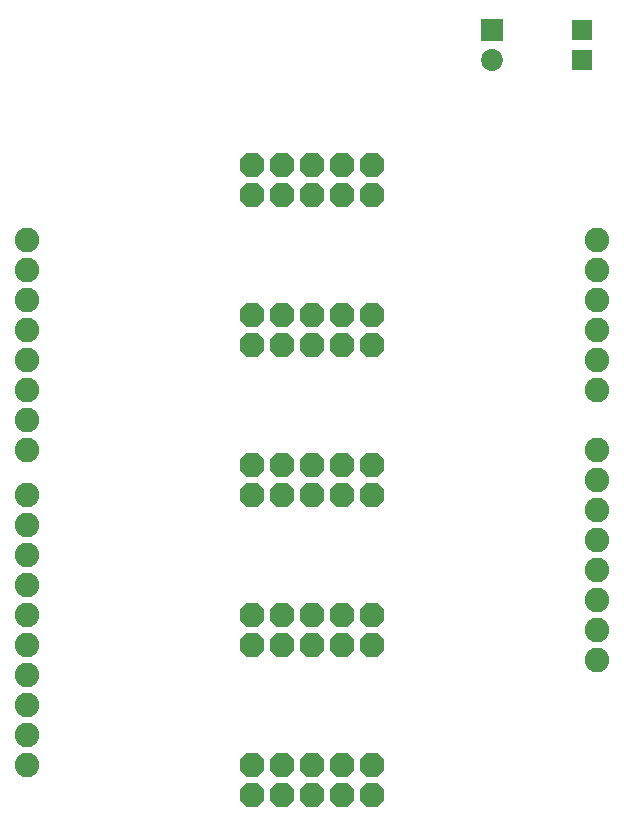
<source format=gbs>
G75*
%MOIN*%
%OFA0B0*%
%FSLAX25Y25*%
%IPPOS*%
%LPD*%
%AMOC8*
5,1,8,0,0,1.08239X$1,22.5*
%
%ADD10C,0.08200*%
%ADD11OC8,0.08200*%
%ADD12R,0.06800X0.06800*%
%ADD13C,0.07300*%
%ADD14R,0.07300X0.07300*%
D10*
X0016500Y0102524D03*
X0016500Y0112524D03*
X0016500Y0122524D03*
X0016500Y0132524D03*
X0016500Y0142524D03*
X0016500Y0152524D03*
X0016500Y0162524D03*
X0016500Y0172524D03*
X0016500Y0182524D03*
X0016500Y0192524D03*
X0016500Y0207524D03*
X0016500Y0217524D03*
X0016500Y0227524D03*
X0016500Y0237524D03*
X0016500Y0247524D03*
X0016500Y0257524D03*
X0016500Y0267524D03*
X0016500Y0277524D03*
X0206500Y0277524D03*
X0206500Y0267524D03*
X0206500Y0257524D03*
X0206500Y0247524D03*
X0206500Y0237524D03*
X0206500Y0227524D03*
X0206500Y0207524D03*
X0206500Y0197524D03*
X0206500Y0187524D03*
X0206500Y0177524D03*
X0206500Y0167524D03*
X0206500Y0157524D03*
X0206500Y0147524D03*
X0206500Y0137524D03*
D11*
X0131500Y0142524D03*
X0131500Y0152524D03*
X0121500Y0152524D03*
X0121500Y0142524D03*
X0111500Y0142524D03*
X0111500Y0152524D03*
X0101500Y0152524D03*
X0101500Y0142524D03*
X0091500Y0142524D03*
X0091500Y0152524D03*
X0091500Y0192524D03*
X0091500Y0202524D03*
X0101500Y0202524D03*
X0101500Y0192524D03*
X0111500Y0192524D03*
X0111500Y0202524D03*
X0121500Y0202524D03*
X0121500Y0192524D03*
X0131500Y0192524D03*
X0131500Y0202524D03*
X0131500Y0242524D03*
X0131500Y0252524D03*
X0121500Y0252524D03*
X0121500Y0242524D03*
X0111500Y0242524D03*
X0111500Y0252524D03*
X0101500Y0252524D03*
X0101500Y0242524D03*
X0091500Y0242524D03*
X0091500Y0252524D03*
X0091500Y0292524D03*
X0091500Y0302524D03*
X0101500Y0302524D03*
X0101500Y0292524D03*
X0111500Y0292524D03*
X0111500Y0302524D03*
X0121500Y0302524D03*
X0121500Y0292524D03*
X0131500Y0292524D03*
X0131500Y0302524D03*
X0131500Y0102524D03*
X0131500Y0092524D03*
X0121500Y0092524D03*
X0121500Y0102524D03*
X0111500Y0102524D03*
X0111500Y0092524D03*
X0101500Y0092524D03*
X0101500Y0102524D03*
X0091500Y0102524D03*
X0091500Y0092524D03*
D12*
X0201500Y0337524D03*
X0201500Y0347524D03*
D13*
X0171500Y0337602D03*
D14*
X0171500Y0347445D03*
M02*

</source>
